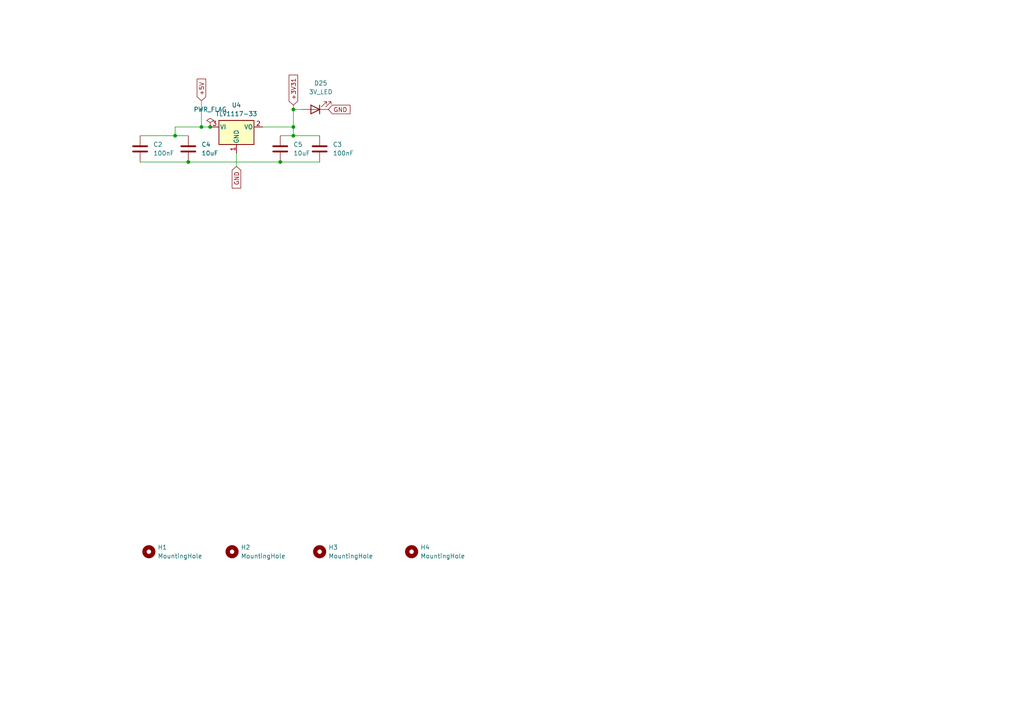
<source format=kicad_sch>
(kicad_sch (version 20231120) (generator "eeschema") (generator_version "8.0")
  (paper "A4")
  (lib_symbols
    (symbol "Device:C" (pin_numbers hide) (pin_names (offset 0.254))
      (property "Reference" "C" (at 0.635 2.54 0))
      (property "Value" "C" (at 0.635 -2.54 0))
      (symbol "C_0_1"
        (polyline (pts (xy -2.032 -0.762) (xy 2.032 -0.762)) (stroke (width 0.508)))
        (polyline (pts (xy -2.032 0.762) (xy 2.032 0.762)) (stroke (width 0.508)))
      )
      (symbol "C_1_1"
        (pin passive line (at 0 3.81 270) (length 2.794) (name "~") (number "1"))
        (pin passive line (at 0 -3.81 90) (length 2.794) (name "~") (number "2"))
      )
    )
    (symbol "Device:LED" (pin_numbers hide) (pin_names (offset 1.016) hide)
      (property "Reference" "D" (at 0 2.54 0))
      (property "Value" "LED" (at 0 -2.54 0))
      (symbol "LED_0_1"
        (polyline (pts (xy -1.27 -1.27) (xy -1.27 1.27)) (stroke (width 0.254)))
        (polyline (pts (xy -1.27 0) (xy 1.27 0)))
        (polyline (pts (xy 1.27 -1.27) (xy 1.27 1.27) (xy -1.27 0) (xy 1.27 -1.27)) (stroke (width 0.254)))
        (polyline (pts (xy -3.048 -0.762) (xy -4.572 -2.286) (xy -3.81 -2.286) (xy -4.572 -2.286) (xy -4.572 -1.524)))
        (polyline (pts (xy -1.778 -0.762) (xy -3.302 -2.286) (xy -2.54 -2.286) (xy -3.302 -2.286) (xy -3.302 -1.524)))
      )
      (symbol "LED_1_1"
        (pin passive line (at -3.81 0 0) (length 2.54) (name "K") (number "1"))
        (pin passive line (at 3.81 0 180) (length 2.54) (name "A") (number "2"))
      )
    )
    (symbol "Mechanical:MountingHole" (pin_names (offset 1.016)) (exclude_from_sim yes) (in_bom no)
      (property "Reference" "H" (at 0 5.08 0))
      (property "Value" "MountingHole" (at 0 3.175 0))
      (symbol "MountingHole_0_1"
        (circle (center 0 0) (radius 1.27) (stroke (width 1.27)))
      )
    )
    (symbol "Regulator_Linear:TLV1117-33" (pin_names (offset 0.254))
      (property "Reference" "U" (at -3.81 3.175 0))
      (property "Value" "TLV1117-33" (at 0 3.175 0))
      (symbol "TLV1117-33_0_1"
        (rectangle (start -5.08 -5.08) (end 5.08 1.905) (stroke (width 0.254)) (fill (type background)))
      )
      (symbol "TLV1117-33_1_1"
        (pin power_in line (at 0 -7.62 90) (length 2.54) (name "GND") (number "1"))
        (pin power_out line (at 7.62 0 180) (length 2.54) (name "VO") (number "2"))
        (pin power_in line (at -7.62 0 0) (length 2.54) (name "VI") (number "3"))
      )
    )
    (symbol "power:PWR_FLAG" (power) (pin_numbers hide) (pin_names (offset 0) hide)
      (property "Value" "PWR_FLAG" (at 0 3.81 0))
      (symbol "PWR_FLAG_0_0"
        (pin power_out line (at 0 0 90) (length 0) (name "~") (number "1"))
      )
      (symbol "PWR_FLAG_0_1"
        (polyline (pts (xy 0 0) (xy 0 1.27) (xy -1.016 1.905) (xy 0 2.54) (xy 1.016 1.905) (xy 0 1.27)))
      )
    )
  )
  (junction (at 85.09 36.83))
  (junction (at 60.96 36.83))
  (junction (at 81.28 46.99))
  (junction (at 85.09 31.75))
  (junction (at 85.09 39.37))
  (junction (at 54.61 46.99))
  (junction (at 58.42 36.83))
  (junction (at 50.8 39.37))
  (wire (pts (xy 54.61 39.37) (xy 50.8 39.37)))
  (wire (pts (xy 58.42 29.21) (xy 58.42 36.83)))
  (wire (pts (xy 68.58 48.26) (xy 68.58 44.45)))
  (wire (pts (xy 50.8 39.37) (xy 50.8 36.83)))
  (wire (pts (xy 85.09 39.37) (xy 85.09 36.83)))
  (wire (pts (xy 81.28 46.99) (xy 92.71 46.99)))
  (wire (pts (xy 85.09 31.75) (xy 87.63 31.75)))
  (wire (pts (xy 58.42 36.83) (xy 50.8 36.83)))
  (wire (pts (xy 85.09 36.83) (xy 76.2 36.83)))
  (wire (pts (xy 54.61 46.99) (xy 81.28 46.99)))
  (wire (pts (xy 85.09 30.48) (xy 85.09 31.75)))
  (wire (pts (xy 58.42 36.83) (xy 60.96 36.83)))
  (wire (pts (xy 85.09 39.37) (xy 92.71 39.37)))
  (wire (pts (xy 81.28 39.37) (xy 85.09 39.37)))
  (wire (pts (xy 40.64 46.99) (xy 54.61 46.99)))
  (wire (pts (xy 40.64 39.37) (xy 50.8 39.37)))
  (wire (pts (xy 85.09 31.75) (xy 85.09 36.83)))
  (global_label "GND" (shape input) (at 68.58 48.26 270) (property "Intersheetrefs" "${INTERSHEET_REFS}" (effects (hide yes))))
  (global_label "GND" (shape input) (at 95.25 31.75 0) (property "Intersheetrefs" "${INTERSHEET_REFS}" (effects (hide yes))))
  (global_label "+5V" (shape input) (at 58.42 29.21 90) (property "Intersheetrefs" "${INTERSHEET_REFS}" (effects (hide yes))))
  (global_label "+3V31" (shape input) (at 85.09 30.48 90) (property "Intersheetrefs" "${INTERSHEET_REFS}" (effects (hide yes))))
  (symbol (lib_id "Mechanical:MountingHole") (at 43.18 160.02 0) (unit 1) (exclude_from_sim yes) (in_bom no)
    (property "Reference" "H1" (at 45.72 158.7499 0) (effects (justify left)))
    (property "Value" "MountingHole" (at 45.72 161.2899 0) (effects (justify left)))
    (property "Footprint" "MountingHole:MountingHole_3.2mm_M3" (effects (hide yes)))
    (property "Description" "Mounting Hole without connection" (effects (hide yes)))
  )
  (symbol (lib_id "power:PWR_FLAG") (at 60.96 36.83 0) (unit 1)
    (property "Reference" "#FLG03" (effects (hide yes)))
    (property "Value" "PWR_FLAG" (at 60.96 31.75 0))
    (property "Description" "Special symbol for telling ERC where power comes from" (effects (hide yes)))
  )
  (symbol (lib_id "Device:C") (at 81.28 43.18 0) (unit 1)
    (property "Reference" "C5" (at 85.09 41.9099 0) (effects (justify left)))
    (property "Value" "10uF" (at 85.09 44.4499 0) (effects (justify left)))
    (property "Footprint" "Capacitor_SMD:C_1206_3216Metric_Pad1.33x1.80mm_HandSolder" (effects (hide yes)))
    (property "Description" "Unpolarized capacitor" (effects (hide yes)))
  )
  (symbol (lib_id "Mechanical:MountingHole") (at 67.31 160.02 0) (unit 1) (exclude_from_sim yes) (in_bom no)
    (property "Reference" "H2" (at 69.85 158.7499 0) (effects (justify left)))
    (property "Value" "MountingHole" (at 69.85 161.2899 0) (effects (justify left)))
    (property "Footprint" "MountingHole:MountingHole_3.2mm_M3" (effects (hide yes)))
    (property "Description" "Mounting Hole without connection" (effects (hide yes)))
  )
  (symbol (lib_id "Device:C") (at 54.61 43.18 0) (unit 1)
    (property "Reference" "C4" (at 58.42 41.9099 0) (effects (justify left)))
    (property "Value" "10uF" (at 58.42 44.4499 0) (effects (justify left)))
    (property "Footprint" "Capacitor_SMD:C_1206_3216Metric_Pad1.33x1.80mm_HandSolder" (effects (hide yes)))
    (property "Description" "Unpolarized capacitor" (effects (hide yes)))
  )
  (symbol (lib_id "Device:LED") (at 91.44 31.75 180) (unit 1)
    (property "Reference" "D25" (at 93.0275 24.13 0))
    (property "Value" "3V_LED" (at 93.0275 26.67 0))
    (property "Footprint" "LED_SMD:LED_1206_3216Metric_Pad1.42x1.75mm_HandSolder" (effects (hide yes)))
    (property "Description" "Light emitting diode" (effects (hide yes)))
  )
  (symbol (lib_id "Mechanical:MountingHole") (at 119.38 160.02 0) (unit 1) (exclude_from_sim yes) (in_bom no)
    (property "Reference" "H4" (at 121.92 158.7499 0) (effects (justify left)))
    (property "Value" "MountingHole" (at 121.92 161.2899 0) (effects (justify left)))
    (property "Footprint" "MountingHole:MountingHole_3.2mm_M3" (effects (hide yes)))
    (property "Description" "Mounting Hole without connection" (effects (hide yes)))
  )
  (symbol (lib_id "Device:C") (at 92.71 43.18 180) (unit 1)
    (property "Reference" "C3" (at 96.52 41.9099 0) (effects (justify right)))
    (property "Value" "100nF" (at 96.52 44.4499 0) (effects (justify right)))
    (property "Footprint" "Capacitor_SMD:C_1206_3216Metric_Pad1.33x1.80mm_HandSolder" (effects (hide yes)))
    (property "Description" "Unpolarized capacitor" (effects (hide yes)))
  )
  (symbol (lib_id "Device:C") (at 40.64 43.18 180) (unit 1)
    (property "Reference" "C2" (at 44.45 41.9099 0) (effects (justify right)))
    (property "Value" "100nF" (at 44.45 44.4499 0) (effects (justify right)))
    (property "Footprint" "Capacitor_SMD:C_1206_3216Metric_Pad1.33x1.80mm_HandSolder" (effects (hide yes)))
    (property "Description" "Unpolarized capacitor" (effects (hide yes)))
  )
  (symbol (lib_id "Regulator_Linear:TLV1117-33") (at 68.58 36.83 0) (unit 1)
    (property "Reference" "U4" (at 68.58 30.48 0))
    (property "Value" "TLV1117-33" (at 68.58 33.02 0))
    (property "Footprint" "SFLibrary:SOT230P700X180-4N" (effects (hide yes)))
    (property "Datasheet" "http://www.ti.com/lit/ds/symlink/tlv1117.pdf" (effects (hide yes)))
    (property "Description" "800mA Low-Dropout Linear Regulator, 3.3V fixed output, TO-220/TO-252/TO-263/SOT-223" (effects (hide yes)))
  )
  (symbol (lib_id "Mechanical:MountingHole") (at 92.71 160.02 0) (unit 1) (exclude_from_sim yes) (in_bom no)
    (property "Reference" "H3" (at 95.25 158.7499 0) (effects (justify left)))
    (property "Value" "MountingHole" (at 95.25 161.2899 0) (effects (justify left)))
    (property "Footprint" "MountingHole:MountingHole_3.2mm_M3" (effects (hide yes)))
    (property "Description" "Mounting Hole without connection" (effects (hide yes)))
  )
  (sheet (at -1.27 226.06) (size 298.45 193.04) (stroke (width 0.1524))
    (property "Sheetname" "Multiplexers" (at -1.27 225.3484 0) (effects (justify left bottom)))
    (property "Sheetfile" "multiplexers.kicad_sch" (at -1.27 419.6846 0) (effects (justify left top)))
  )
  (sheet (at 304.8 228.6) (size 276.86 328.93) (stroke (width 0.1524))
    (property "Sheetname" "Arduino CHIP" (at 304.8 227.8884 0) (effects (justify left bottom)))
    (property "Sheetfile" "arduino_chip.kicad_sch" (at 304.8 558.1146 0) (effects (justify left top)))
  )
  (sheet (at 303.53 0) (size 280.67 208.28) (stroke (width 0.1524))
    (property "Sheetname" "Components" (at 303.53 -0.7116 0) (effects (justify left bottom)))
    (property "Sheetfile" "components.kicad_sch" (at 303.53 208.8646 0) (effects (justify left top)))
  )
  (sheet (at 596.9 0) (size 261.62 207.01) (stroke (width 0.1524))
    (property "Sheetname" "Leds Sheet" (at 596.9 -0.7116 0) (effects (justify left bottom)))
    (property "Sheetfile" "leds.kicad_sch" (at 596.9 207.5946 0) (effects (justify left top)))
  )
  (sheet (at 863.6 -1.27) (size 252.73 207.01) (stroke (width 0.1524))
    (property "Sheetname" "Arduino Onboard" (at 863.6 -1.9816 0) (effects (justify left bottom)))
    (property "Sheetfile" "arduino.kicad_sch" (at 863.6 206.3246 0) (effects (justify left top)))
  )
)
</source>
